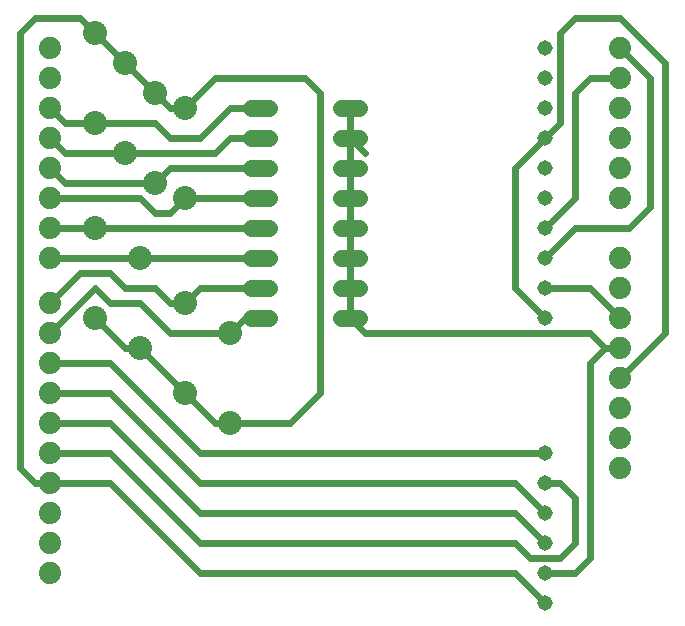
<source format=gbl>
G75*
%MOIN*%
%OFA0B0*%
%FSLAX25Y25*%
%IPPOS*%
%LPD*%
%AMOC8*
5,1,8,0,0,1.08239X$1,22.5*
%
%ADD10C,0.07400*%
%ADD11C,0.08000*%
%ADD12C,0.05819*%
%ADD13C,0.05150*%
%ADD14C,0.02400*%
D10*
X0016000Y0102524D03*
X0016000Y0112524D03*
X0016000Y0122524D03*
X0016000Y0132524D03*
X0016000Y0142524D03*
X0016000Y0152524D03*
X0016000Y0162524D03*
X0016000Y0172524D03*
X0016000Y0182524D03*
X0016000Y0192524D03*
X0016000Y0207524D03*
X0016000Y0217524D03*
X0016000Y0227524D03*
X0016000Y0237524D03*
X0016000Y0247524D03*
X0016000Y0257524D03*
X0016000Y0267524D03*
X0016000Y0277524D03*
X0206000Y0277524D03*
X0206000Y0267524D03*
X0206000Y0257524D03*
X0206000Y0247524D03*
X0206000Y0237524D03*
X0206000Y0227524D03*
X0206000Y0207524D03*
X0206000Y0197524D03*
X0206000Y0187524D03*
X0206000Y0177524D03*
X0206000Y0167524D03*
X0206000Y0157524D03*
X0206000Y0147524D03*
X0206000Y0137524D03*
D11*
X0076000Y0152524D03*
X0061000Y0162524D03*
X0046000Y0177524D03*
X0061000Y0192524D03*
X0076000Y0182524D03*
X0046000Y0207524D03*
X0031000Y0217524D03*
X0041000Y0242524D03*
X0051000Y0232524D03*
X0061000Y0227524D03*
X0061000Y0257524D03*
X0051000Y0262524D03*
X0041000Y0272524D03*
X0031000Y0282524D03*
X0031000Y0252524D03*
X0031000Y0187524D03*
D12*
X0083091Y0187524D02*
X0088909Y0187524D01*
X0088909Y0197524D02*
X0083091Y0197524D01*
X0083091Y0207524D02*
X0088909Y0207524D01*
X0088909Y0217524D02*
X0083091Y0217524D01*
X0083091Y0227524D02*
X0088909Y0227524D01*
X0088909Y0237524D02*
X0083091Y0237524D01*
X0083091Y0247524D02*
X0088909Y0247524D01*
X0088909Y0257524D02*
X0083091Y0257524D01*
X0113091Y0257524D02*
X0118909Y0257524D01*
X0118909Y0247524D02*
X0113091Y0247524D01*
X0113091Y0237524D02*
X0118909Y0237524D01*
X0118909Y0227524D02*
X0113091Y0227524D01*
X0113091Y0217524D02*
X0118909Y0217524D01*
X0118909Y0207524D02*
X0113091Y0207524D01*
X0113091Y0197524D02*
X0118909Y0197524D01*
X0118909Y0187524D02*
X0113091Y0187524D01*
D13*
X0181000Y0187524D03*
X0181000Y0197524D03*
X0181000Y0207524D03*
X0181000Y0217524D03*
X0181000Y0227524D03*
X0181000Y0237524D03*
X0181000Y0247524D03*
X0181000Y0257524D03*
X0181000Y0267524D03*
X0181000Y0277524D03*
X0181000Y0142524D03*
X0181000Y0132524D03*
X0181000Y0122524D03*
X0181000Y0112524D03*
X0181000Y0102524D03*
X0181000Y0092524D03*
D14*
X0171000Y0102524D01*
X0066000Y0102524D01*
X0036000Y0132524D01*
X0016000Y0132524D01*
X0011000Y0132524D01*
X0006000Y0137524D01*
X0006000Y0282524D01*
X0011000Y0287524D01*
X0026000Y0287524D01*
X0031000Y0282524D01*
X0041000Y0272524D01*
X0051000Y0262524D01*
X0056000Y0257524D01*
X0061000Y0257524D01*
X0071000Y0267524D01*
X0101000Y0267524D01*
X0106000Y0262524D01*
X0106000Y0162524D01*
X0096000Y0152524D01*
X0076000Y0152524D01*
X0071000Y0152524D01*
X0061000Y0162524D01*
X0046000Y0177524D01*
X0041000Y0177524D01*
X0031000Y0187524D01*
X0036000Y0192524D02*
X0031000Y0197524D01*
X0016000Y0182524D01*
X0016000Y0192524D02*
X0026000Y0202524D01*
X0036000Y0202524D01*
X0041000Y0197524D01*
X0051000Y0197524D01*
X0056000Y0192524D01*
X0061000Y0192524D01*
X0066000Y0197524D01*
X0086000Y0197524D01*
X0086000Y0207524D02*
X0046000Y0207524D01*
X0016000Y0207524D01*
X0016000Y0217524D02*
X0031000Y0217524D01*
X0086000Y0217524D01*
X0086000Y0227524D02*
X0061000Y0227524D01*
X0056000Y0222524D01*
X0051000Y0222524D01*
X0046000Y0227524D01*
X0016000Y0227524D01*
X0021000Y0232524D02*
X0051000Y0232524D01*
X0056000Y0237524D01*
X0086000Y0237524D01*
X0086000Y0247524D02*
X0076000Y0247524D01*
X0071000Y0242524D01*
X0041000Y0242524D01*
X0021000Y0242524D01*
X0016000Y0247524D01*
X0021000Y0252524D02*
X0031000Y0252524D01*
X0051000Y0252524D01*
X0056000Y0247524D01*
X0066000Y0247524D01*
X0076000Y0257524D01*
X0086000Y0257524D01*
X0116000Y0257524D02*
X0116000Y0247524D01*
X0116000Y0237524D01*
X0116000Y0227524D01*
X0116000Y0217524D01*
X0116000Y0207524D01*
X0116000Y0197524D01*
X0116000Y0187524D01*
X0121000Y0182524D01*
X0196000Y0182524D01*
X0201000Y0177524D01*
X0206000Y0177524D01*
X0201000Y0177524D02*
X0196000Y0172524D01*
X0196000Y0107524D01*
X0191000Y0102524D01*
X0181000Y0102524D01*
X0176000Y0107524D02*
X0186000Y0107524D01*
X0191000Y0112524D01*
X0191000Y0127524D01*
X0186000Y0132524D01*
X0181000Y0132524D01*
X0181000Y0142524D02*
X0066000Y0142524D01*
X0036000Y0172524D01*
X0016000Y0172524D01*
X0016000Y0162524D02*
X0036000Y0162524D01*
X0066000Y0132524D01*
X0171000Y0132524D01*
X0181000Y0122524D01*
X0171000Y0122524D02*
X0181000Y0112524D01*
X0176000Y0107524D02*
X0171000Y0112524D01*
X0066000Y0112524D01*
X0036000Y0142524D01*
X0016000Y0142524D01*
X0016000Y0152524D02*
X0036000Y0152524D01*
X0066000Y0122524D01*
X0171000Y0122524D01*
X0206000Y0167524D02*
X0221000Y0182524D01*
X0221000Y0272524D01*
X0206000Y0287524D01*
X0191000Y0287524D01*
X0186000Y0282524D01*
X0186000Y0252524D01*
X0181000Y0247524D01*
X0171000Y0237524D01*
X0171000Y0197524D01*
X0181000Y0187524D01*
X0181000Y0197524D02*
X0196000Y0197524D01*
X0206000Y0187524D01*
X0208929Y0217524D02*
X0191000Y0217524D01*
X0181000Y0207524D01*
X0181000Y0217524D02*
X0191000Y0227524D01*
X0191000Y0262524D01*
X0196000Y0267524D01*
X0206000Y0267524D01*
X0216000Y0267524D02*
X0206000Y0277524D01*
X0216000Y0267524D02*
X0216000Y0224595D01*
X0208929Y0217524D01*
X0121000Y0242524D02*
X0116000Y0247524D01*
X0086000Y0187524D02*
X0081000Y0187524D01*
X0076000Y0182524D01*
X0056000Y0182524D01*
X0046000Y0192524D01*
X0036000Y0192524D01*
X0021000Y0232524D02*
X0016000Y0237524D01*
X0021000Y0252524D02*
X0016000Y0257524D01*
M02*

</source>
